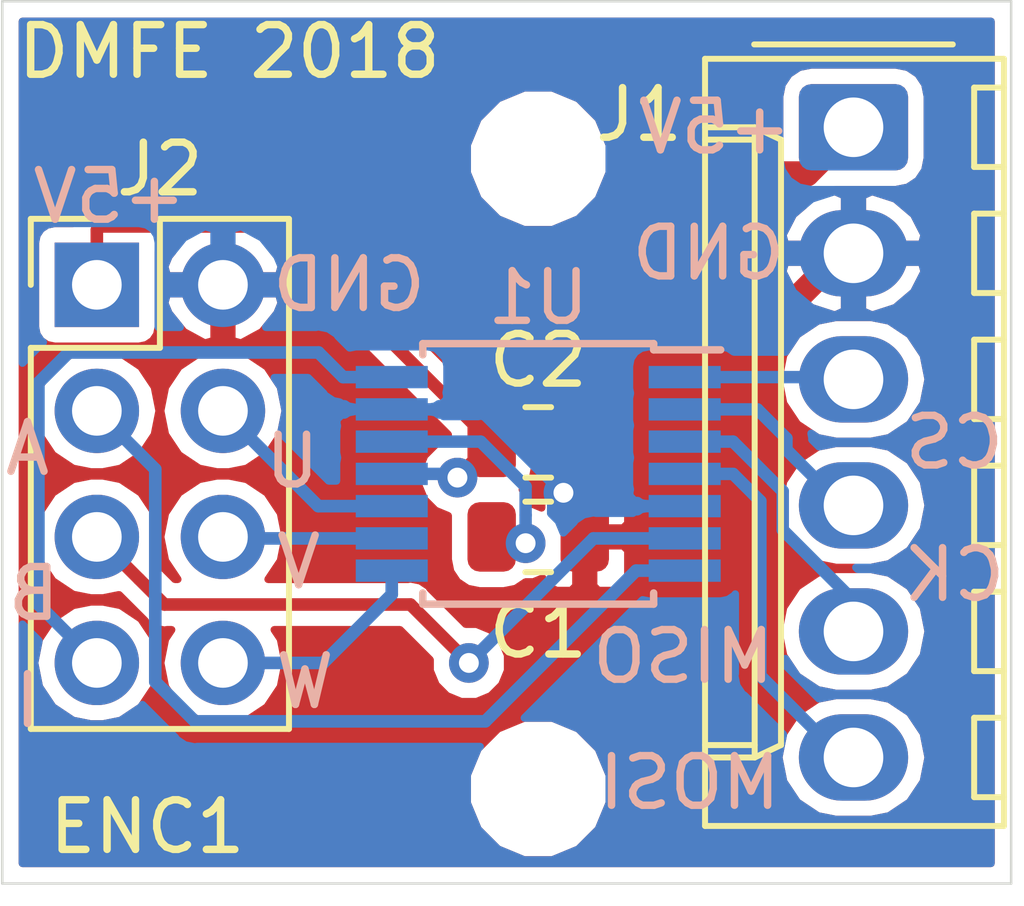
<source format=kicad_pcb>
(kicad_pcb (version 20171130) (host pcbnew "(6.0.0-rc1-dev-1419-gaec6e86c4)")

  (general
    (thickness 1.6)
    (drawings 20)
    (tracks 86)
    (zones 0)
    (modules 7)
    (nets 14)
  )

  (page A)
  (title_block
    (title "Shaft Encoder")
    (date 2018-12-12)
    (rev n/c)
    (company DMFE)
    (comment 1 "AS5047D based Shaft Angle Encode")
  )

  (layers
    (0 F.Cu signal)
    (31 B.Cu signal)
    (32 B.Adhes user)
    (33 F.Adhes user)
    (34 B.Paste user hide)
    (35 F.Paste user hide)
    (36 B.SilkS user)
    (37 F.SilkS user)
    (38 B.Mask user hide)
    (39 F.Mask user hide)
    (40 Dwgs.User user hide)
    (41 Cmts.User user hide)
    (42 Eco1.User user hide)
    (43 Eco2.User user hide)
    (44 Edge.Cuts user)
    (45 Margin user)
    (46 B.CrtYd user)
    (47 F.CrtYd user)
    (48 B.Fab user hide)
    (49 F.Fab user hide)
  )

  (setup
    (last_trace_width 0.254)
    (user_trace_width 0.254)
    (user_trace_width 0.3048)
    (user_trace_width 0.508)
    (trace_clearance 0.2)
    (zone_clearance 0.508)
    (zone_45_only no)
    (trace_min 0.2)
    (via_size 0.8)
    (via_drill 0.4)
    (via_min_size 0.4)
    (via_min_drill 0.3)
    (user_via 0.635 0.381)
    (uvia_size 0.3)
    (uvia_drill 0.1)
    (uvias_allowed no)
    (uvia_min_size 0.2)
    (uvia_min_drill 0.1)
    (edge_width 0.05)
    (segment_width 0.2)
    (pcb_text_width 0.3)
    (pcb_text_size 1.5 1.5)
    (mod_edge_width 0.12)
    (mod_text_size 1 1)
    (mod_text_width 0.15)
    (pad_size 1.524 1.524)
    (pad_drill 0.762)
    (pad_to_mask_clearance 0.051)
    (solder_mask_min_width 0.25)
    (aux_axis_origin 0 0)
    (visible_elements FFFFFF7F)
    (pcbplotparams
      (layerselection 0x010fc_ffffffff)
      (usegerberextensions false)
      (usegerberattributes false)
      (usegerberadvancedattributes false)
      (creategerberjobfile false)
      (excludeedgelayer true)
      (linewidth 0.100000)
      (plotframeref false)
      (viasonmask false)
      (mode 1)
      (useauxorigin false)
      (hpglpennumber 1)
      (hpglpenspeed 20)
      (hpglpendiameter 15.000000)
      (psnegative false)
      (psa4output false)
      (plotreference true)
      (plotvalue true)
      (plotinvisibletext false)
      (padsonsilk false)
      (subtractmaskfromsilk false)
      (outputformat 1)
      (mirror false)
      (drillshape 1)
      (scaleselection 1)
      (outputdirectory ""))
  )

  (net 0 "")
  (net 1 "Net-(C1-Pad1)")
  (net 2 GND)
  (net 3 +5V)
  (net 4 /CSn)
  (net 5 /CLK)
  (net 6 /MISO)
  (net 7 /MOSI)
  (net 8 /A)
  (net 9 /U)
  (net 10 /B)
  (net 11 /V)
  (net 12 /I)
  (net 13 /W)

  (net_class Default "This is the default net class."
    (clearance 0.2)
    (trace_width 0.25)
    (via_dia 0.8)
    (via_drill 0.4)
    (uvia_dia 0.3)
    (uvia_drill 0.1)
    (add_net +5V)
    (add_net /A)
    (add_net /B)
    (add_net /CLK)
    (add_net /CSn)
    (add_net /I)
    (add_net /MISO)
    (add_net /MOSI)
    (add_net /U)
    (add_net /V)
    (add_net /W)
    (add_net GND)
    (add_net "Net-(C1-Pad1)")
  )

  (module Capacitor_SMD:C_0805_2012Metric (layer F.Cu) (tedit 5B36C52B) (tstamp 5C11F1FC)
    (at 158.75 109.22)
    (descr "Capacitor SMD 0805 (2012 Metric), square (rectangular) end terminal, IPC_7351 nominal, (Body size source: https://docs.google.com/spreadsheets/d/1BsfQQcO9C6DZCsRaXUlFlo91Tg2WpOkGARC1WS5S8t0/edit?usp=sharing), generated with kicad-footprint-generator")
    (tags capacitor)
    (path /5C12AC22)
    (attr smd)
    (fp_text reference C1 (at 0 1.905) (layer F.SilkS)
      (effects (font (size 1 1) (thickness 0.15)))
    )
    (fp_text value 1uF (at 0 1.65) (layer F.Fab)
      (effects (font (size 1 1) (thickness 0.15)))
    )
    (fp_line (start -1 0.6) (end -1 -0.6) (layer F.Fab) (width 0.1))
    (fp_line (start -1 -0.6) (end 1 -0.6) (layer F.Fab) (width 0.1))
    (fp_line (start 1 -0.6) (end 1 0.6) (layer F.Fab) (width 0.1))
    (fp_line (start 1 0.6) (end -1 0.6) (layer F.Fab) (width 0.1))
    (fp_line (start -0.258578 -0.71) (end 0.258578 -0.71) (layer F.SilkS) (width 0.12))
    (fp_line (start -0.258578 0.71) (end 0.258578 0.71) (layer F.SilkS) (width 0.12))
    (fp_line (start -1.68 0.95) (end -1.68 -0.95) (layer F.CrtYd) (width 0.05))
    (fp_line (start -1.68 -0.95) (end 1.68 -0.95) (layer F.CrtYd) (width 0.05))
    (fp_line (start 1.68 -0.95) (end 1.68 0.95) (layer F.CrtYd) (width 0.05))
    (fp_line (start 1.68 0.95) (end -1.68 0.95) (layer F.CrtYd) (width 0.05))
    (fp_text user %R (at 0 0) (layer F.Fab)
      (effects (font (size 0.5 0.5) (thickness 0.08)))
    )
    (pad 1 smd roundrect (at -0.9375 0) (size 0.975 1.4) (layers F.Cu F.Paste F.Mask) (roundrect_rratio 0.25)
      (net 1 "Net-(C1-Pad1)"))
    (pad 2 smd roundrect (at 0.9375 0) (size 0.975 1.4) (layers F.Cu F.Paste F.Mask) (roundrect_rratio 0.25)
      (net 2 GND))
    (model ${KISYS3DMOD}/Capacitor_SMD.3dshapes/C_0805_2012Metric.wrl
      (at (xyz 0 0 0))
      (scale (xyz 1 1 1))
      (rotate (xyz 0 0 0))
    )
  )

  (module Capacitor_SMD:C_0805_2012Metric (layer F.Cu) (tedit 5B36C52B) (tstamp 5C11F20D)
    (at 158.75 107.315)
    (descr "Capacitor SMD 0805 (2012 Metric), square (rectangular) end terminal, IPC_7351 nominal, (Body size source: https://docs.google.com/spreadsheets/d/1BsfQQcO9C6DZCsRaXUlFlo91Tg2WpOkGARC1WS5S8t0/edit?usp=sharing), generated with kicad-footprint-generator")
    (tags capacitor)
    (path /5C12DBF6)
    (attr smd)
    (fp_text reference C2 (at 0 -1.65) (layer F.SilkS)
      (effects (font (size 1 1) (thickness 0.15)))
    )
    (fp_text value .1uF (at 0 1.65) (layer F.Fab)
      (effects (font (size 1 1) (thickness 0.15)))
    )
    (fp_text user %R (at 0 0) (layer F.Fab)
      (effects (font (size 0.5 0.5) (thickness 0.08)))
    )
    (fp_line (start 1.68 0.95) (end -1.68 0.95) (layer F.CrtYd) (width 0.05))
    (fp_line (start 1.68 -0.95) (end 1.68 0.95) (layer F.CrtYd) (width 0.05))
    (fp_line (start -1.68 -0.95) (end 1.68 -0.95) (layer F.CrtYd) (width 0.05))
    (fp_line (start -1.68 0.95) (end -1.68 -0.95) (layer F.CrtYd) (width 0.05))
    (fp_line (start -0.258578 0.71) (end 0.258578 0.71) (layer F.SilkS) (width 0.12))
    (fp_line (start -0.258578 -0.71) (end 0.258578 -0.71) (layer F.SilkS) (width 0.12))
    (fp_line (start 1 0.6) (end -1 0.6) (layer F.Fab) (width 0.1))
    (fp_line (start 1 -0.6) (end 1 0.6) (layer F.Fab) (width 0.1))
    (fp_line (start -1 -0.6) (end 1 -0.6) (layer F.Fab) (width 0.1))
    (fp_line (start -1 0.6) (end -1 -0.6) (layer F.Fab) (width 0.1))
    (pad 2 smd roundrect (at 0.9375 0) (size 0.975 1.4) (layers F.Cu F.Paste F.Mask) (roundrect_rratio 0.25)
      (net 2 GND))
    (pad 1 smd roundrect (at -0.9375 0) (size 0.975 1.4) (layers F.Cu F.Paste F.Mask) (roundrect_rratio 0.25)
      (net 3 +5V))
    (model ${KISYS3DMOD}/Capacitor_SMD.3dshapes/C_0805_2012Metric.wrl
      (at (xyz 0 0 0))
      (scale (xyz 1 1 1))
      (rotate (xyz 0 0 0))
    )
  )

  (module Package_SO:TSSOP-14_4.4x5mm_P0.65mm (layer B.Cu) (tedit 5A02F25C) (tstamp 5C11F296)
    (at 158.75 107.95 180)
    (descr "14-Lead Plastic Thin Shrink Small Outline (ST)-4.4 mm Body [TSSOP] (see Microchip Packaging Specification 00000049BS.pdf)")
    (tags "SSOP 0.65")
    (path /5C11E89F)
    (attr smd)
    (fp_text reference U1 (at 0 3.55 180) (layer B.SilkS)
      (effects (font (size 1 1) (thickness 0.15)) (justify mirror))
    )
    (fp_text value AS5047D (at 0 -3.55 180) (layer F.Fab)
      (effects (font (size 1 1) (thickness 0.15)))
    )
    (fp_line (start -1.2 2.5) (end 2.2 2.5) (layer B.Fab) (width 0.15))
    (fp_line (start 2.2 2.5) (end 2.2 -2.5) (layer B.Fab) (width 0.15))
    (fp_line (start 2.2 -2.5) (end -2.2 -2.5) (layer B.Fab) (width 0.15))
    (fp_line (start -2.2 -2.5) (end -2.2 1.5) (layer B.Fab) (width 0.15))
    (fp_line (start -2.2 1.5) (end -1.2 2.5) (layer B.Fab) (width 0.15))
    (fp_line (start -3.95 2.8) (end -3.95 -2.8) (layer B.CrtYd) (width 0.05))
    (fp_line (start 3.95 2.8) (end 3.95 -2.8) (layer B.CrtYd) (width 0.05))
    (fp_line (start -3.95 2.8) (end 3.95 2.8) (layer B.CrtYd) (width 0.05))
    (fp_line (start -3.95 -2.8) (end 3.95 -2.8) (layer B.CrtYd) (width 0.05))
    (fp_line (start -2.325 2.625) (end -2.325 2.5) (layer B.SilkS) (width 0.15))
    (fp_line (start 2.325 2.625) (end 2.325 2.4) (layer B.SilkS) (width 0.15))
    (fp_line (start 2.325 -2.625) (end 2.325 -2.4) (layer B.SilkS) (width 0.15))
    (fp_line (start -2.325 -2.625) (end -2.325 -2.4) (layer B.SilkS) (width 0.15))
    (fp_line (start -2.325 2.625) (end 2.325 2.625) (layer B.SilkS) (width 0.15))
    (fp_line (start -2.325 -2.625) (end 2.325 -2.625) (layer B.SilkS) (width 0.15))
    (fp_line (start -2.325 2.5) (end -3.675 2.5) (layer B.SilkS) (width 0.15))
    (fp_text user %R (at 0 0 180) (layer F.Fab)
      (effects (font (size 0.8 0.8) (thickness 0.15)))
    )
    (pad 1 smd rect (at -2.95 1.95 180) (size 1.45 0.45) (layers B.Cu B.Paste B.Mask)
      (net 4 /CSn))
    (pad 2 smd rect (at -2.95 1.3 180) (size 1.45 0.45) (layers B.Cu B.Paste B.Mask)
      (net 5 /CLK))
    (pad 3 smd rect (at -2.95 0.65 180) (size 1.45 0.45) (layers B.Cu B.Paste B.Mask)
      (net 6 /MISO))
    (pad 4 smd rect (at -2.95 0 180) (size 1.45 0.45) (layers B.Cu B.Paste B.Mask)
      (net 7 /MOSI))
    (pad 5 smd rect (at -2.95 -0.65 180) (size 1.45 0.45) (layers B.Cu B.Paste B.Mask)
      (net 2 GND))
    (pad 6 smd rect (at -2.95 -1.3 180) (size 1.45 0.45) (layers B.Cu B.Paste B.Mask)
      (net 10 /B))
    (pad 7 smd rect (at -2.95 -1.95 180) (size 1.45 0.45) (layers B.Cu B.Paste B.Mask)
      (net 8 /A))
    (pad 8 smd rect (at 2.95 -1.95 180) (size 1.45 0.45) (layers B.Cu B.Paste B.Mask)
      (net 13 /W))
    (pad 9 smd rect (at 2.95 -1.3 180) (size 1.45 0.45) (layers B.Cu B.Paste B.Mask)
      (net 11 /V))
    (pad 10 smd rect (at 2.95 -0.65 180) (size 1.45 0.45) (layers B.Cu B.Paste B.Mask)
      (net 9 /U))
    (pad 11 smd rect (at 2.95 0 180) (size 1.45 0.45) (layers B.Cu B.Paste B.Mask)
      (net 3 +5V))
    (pad 12 smd rect (at 2.95 0.65 180) (size 1.45 0.45) (layers B.Cu B.Paste B.Mask)
      (net 1 "Net-(C1-Pad1)"))
    (pad 13 smd rect (at 2.95 1.3 180) (size 1.45 0.45) (layers B.Cu B.Paste B.Mask)
      (net 2 GND))
    (pad 14 smd rect (at 2.95 1.95 180) (size 1.45 0.45) (layers B.Cu B.Paste B.Mask)
      (net 12 /I))
    (model ${KISYS3DMOD}/Package_SO.3dshapes/TSSOP-14_4.4x5mm_P0.65mm.wrl
      (at (xyz 0 0 0))
      (scale (xyz 1 1 1))
      (rotate (xyz 0 0 0))
    )
  )

  (module MountingHole:MountingHole_2.1mm (layer F.Cu) (tedit 5B924765) (tstamp 5C1D7B27)
    (at 158.75 101.6)
    (descr "Mounting Hole 2.1mm, no annular")
    (tags "mounting hole 2.1mm no annular")
    (attr virtual)
    (fp_text reference H1 (at 0 -3.2) (layer F.SilkS) hide
      (effects (font (size 1 1) (thickness 0.15)))
    )
    (fp_text value MountingHole_2.1mm (at 0 3.2) (layer F.Fab)
      (effects (font (size 1 1) (thickness 0.15)))
    )
    (fp_circle (center 0 0) (end 2.35 0) (layer F.CrtYd) (width 0.05))
    (fp_circle (center 0 0) (end 2.1 0) (layer Cmts.User) (width 0.15))
    (fp_text user %R (at 0.3 0) (layer F.Fab)
      (effects (font (size 1 1) (thickness 0.15)))
    )
    (pad "" np_thru_hole circle (at 0 0) (size 2.1 2.1) (drill 2.1) (layers *.Cu *.Mask))
  )

  (module MountingHole:MountingHole_2.1mm (layer F.Cu) (tedit 5B924765) (tstamp 5C1D792E)
    (at 158.75 114.3)
    (descr "Mounting Hole 2.1mm, no annular")
    (tags "mounting hole 2.1mm no annular")
    (attr virtual)
    (fp_text reference H2 (at 0 -3.2) (layer F.SilkS) hide
      (effects (font (size 1 1) (thickness 0.15)))
    )
    (fp_text value MountingHole_2.1mm (at 0 3.2) (layer F.Fab)
      (effects (font (size 1 1) (thickness 0.15)))
    )
    (fp_circle (center 0 0) (end 2.35 0) (layer F.CrtYd) (width 0.05))
    (fp_circle (center 0 0) (end 2.1 0) (layer Cmts.User) (width 0.15))
    (fp_text user %R (at 0.3 0) (layer F.Fab)
      (effects (font (size 1 1) (thickness 0.15)))
    )
    (pad "" np_thru_hole circle (at 0 0) (size 2.1 2.1) (drill 2.1) (layers *.Cu *.Mask))
  )

  (module Connector_Molex:Molex_KK-254_AE-6410-06A_1x06_P2.54mm_Vertical (layer F.Cu) (tedit 5B78013E) (tstamp 5C1DDEB9)
    (at 165.1 100.965 270)
    (descr "Molex KK-254 Interconnect System, old/engineering part number: AE-6410-06A example for new part number: 22-27-2061, 6 Pins (http://www.molex.com/pdm_docs/sd/022272021_sd.pdf), generated with kicad-footprint-generator")
    (tags "connector Molex KK-254 side entry")
    (path /5C11F431)
    (fp_text reference J1 (at -0.254 4.318) (layer F.SilkS)
      (effects (font (size 1 1) (thickness 0.15)))
    )
    (fp_text value Conn_01x06 (at 6.35 4.08 270) (layer F.Fab)
      (effects (font (size 1 1) (thickness 0.15)))
    )
    (fp_line (start -1.27 -2.92) (end -1.27 2.88) (layer F.Fab) (width 0.1))
    (fp_line (start -1.27 2.88) (end 13.97 2.88) (layer F.Fab) (width 0.1))
    (fp_line (start 13.97 2.88) (end 13.97 -2.92) (layer F.Fab) (width 0.1))
    (fp_line (start 13.97 -2.92) (end -1.27 -2.92) (layer F.Fab) (width 0.1))
    (fp_line (start -1.38 -3.03) (end -1.38 2.99) (layer F.SilkS) (width 0.12))
    (fp_line (start -1.38 2.99) (end 14.08 2.99) (layer F.SilkS) (width 0.12))
    (fp_line (start 14.08 2.99) (end 14.08 -3.03) (layer F.SilkS) (width 0.12))
    (fp_line (start 14.08 -3.03) (end -1.38 -3.03) (layer F.SilkS) (width 0.12))
    (fp_line (start -1.67 -2) (end -1.67 2) (layer F.SilkS) (width 0.12))
    (fp_line (start -1.27 -0.5) (end -0.562893 0) (layer F.Fab) (width 0.1))
    (fp_line (start -0.562893 0) (end -1.27 0.5) (layer F.Fab) (width 0.1))
    (fp_line (start 0 2.99) (end 0 1.99) (layer F.SilkS) (width 0.12))
    (fp_line (start 0 1.99) (end 12.7 1.99) (layer F.SilkS) (width 0.12))
    (fp_line (start 12.7 1.99) (end 12.7 2.99) (layer F.SilkS) (width 0.12))
    (fp_line (start 0 1.99) (end 0.25 1.46) (layer F.SilkS) (width 0.12))
    (fp_line (start 0.25 1.46) (end 12.45 1.46) (layer F.SilkS) (width 0.12))
    (fp_line (start 12.45 1.46) (end 12.7 1.99) (layer F.SilkS) (width 0.12))
    (fp_line (start 0.25 2.99) (end 0.25 1.99) (layer F.SilkS) (width 0.12))
    (fp_line (start 12.45 2.99) (end 12.45 1.99) (layer F.SilkS) (width 0.12))
    (fp_line (start -0.8 -3.03) (end -0.8 -2.43) (layer F.SilkS) (width 0.12))
    (fp_line (start -0.8 -2.43) (end 0.8 -2.43) (layer F.SilkS) (width 0.12))
    (fp_line (start 0.8 -2.43) (end 0.8 -3.03) (layer F.SilkS) (width 0.12))
    (fp_line (start 1.74 -3.03) (end 1.74 -2.43) (layer F.SilkS) (width 0.12))
    (fp_line (start 1.74 -2.43) (end 3.34 -2.43) (layer F.SilkS) (width 0.12))
    (fp_line (start 3.34 -2.43) (end 3.34 -3.03) (layer F.SilkS) (width 0.12))
    (fp_line (start 4.28 -3.03) (end 4.28 -2.43) (layer F.SilkS) (width 0.12))
    (fp_line (start 4.28 -2.43) (end 5.88 -2.43) (layer F.SilkS) (width 0.12))
    (fp_line (start 5.88 -2.43) (end 5.88 -3.03) (layer F.SilkS) (width 0.12))
    (fp_line (start 6.82 -3.03) (end 6.82 -2.43) (layer F.SilkS) (width 0.12))
    (fp_line (start 6.82 -2.43) (end 8.42 -2.43) (layer F.SilkS) (width 0.12))
    (fp_line (start 8.42 -2.43) (end 8.42 -3.03) (layer F.SilkS) (width 0.12))
    (fp_line (start 9.36 -3.03) (end 9.36 -2.43) (layer F.SilkS) (width 0.12))
    (fp_line (start 9.36 -2.43) (end 10.96 -2.43) (layer F.SilkS) (width 0.12))
    (fp_line (start 10.96 -2.43) (end 10.96 -3.03) (layer F.SilkS) (width 0.12))
    (fp_line (start 11.9 -3.03) (end 11.9 -2.43) (layer F.SilkS) (width 0.12))
    (fp_line (start 11.9 -2.43) (end 13.5 -2.43) (layer F.SilkS) (width 0.12))
    (fp_line (start 13.5 -2.43) (end 13.5 -3.03) (layer F.SilkS) (width 0.12))
    (fp_line (start -1.77 -3.42) (end -1.77 3.38) (layer F.CrtYd) (width 0.05))
    (fp_line (start -1.77 3.38) (end 14.47 3.38) (layer F.CrtYd) (width 0.05))
    (fp_line (start 14.47 3.38) (end 14.47 -3.42) (layer F.CrtYd) (width 0.05))
    (fp_line (start 14.47 -3.42) (end -1.77 -3.42) (layer F.CrtYd) (width 0.05))
    (fp_text user %R (at 6.35 -2.22 270) (layer F.Fab)
      (effects (font (size 1 1) (thickness 0.15)))
    )
    (pad 1 thru_hole roundrect (at 0 0 270) (size 1.74 2.2) (drill 1.2) (layers *.Cu *.Mask) (roundrect_rratio 0.143678)
      (net 3 +5V))
    (pad 2 thru_hole oval (at 2.54 0 270) (size 1.74 2.2) (drill 1.2) (layers *.Cu *.Mask)
      (net 2 GND))
    (pad 3 thru_hole oval (at 5.08 0 270) (size 1.74 2.2) (drill 1.2) (layers *.Cu *.Mask)
      (net 4 /CSn))
    (pad 4 thru_hole oval (at 7.62 0 270) (size 1.74 2.2) (drill 1.2) (layers *.Cu *.Mask)
      (net 5 /CLK))
    (pad 5 thru_hole oval (at 10.16 0 270) (size 1.74 2.2) (drill 1.2) (layers *.Cu *.Mask)
      (net 6 /MISO))
    (pad 6 thru_hole oval (at 12.7 0 270) (size 1.74 2.2) (drill 1.2) (layers *.Cu *.Mask)
      (net 7 /MOSI))
    (model ${KISYS3DMOD}/Connector_Molex.3dshapes/Molex_KK-254_AE-6410-06A_1x06_P2.54mm_Vertical.wrl
      (at (xyz 0 0 0))
      (scale (xyz 1 1 1))
      (rotate (xyz 0 0 0))
    )
  )

  (module Connector_PinHeader_2.54mm:PinHeader_2x04_P2.54mm_Vertical (layer F.Cu) (tedit 59FED5CC) (tstamp 5C1DDED7)
    (at 149.86 104.14)
    (descr "Through hole straight pin header, 2x04, 2.54mm pitch, double rows")
    (tags "Through hole pin header THT 2x04 2.54mm double row")
    (path /5C1215EB)
    (fp_text reference J2 (at 1.27 -2.33) (layer F.SilkS)
      (effects (font (size 1 1) (thickness 0.15)))
    )
    (fp_text value Conn_02x04_Odd_Even (at 1.27 9.95) (layer F.Fab)
      (effects (font (size 1 1) (thickness 0.15)))
    )
    (fp_line (start 0 -1.27) (end 3.81 -1.27) (layer F.Fab) (width 0.1))
    (fp_line (start 3.81 -1.27) (end 3.81 8.89) (layer F.Fab) (width 0.1))
    (fp_line (start 3.81 8.89) (end -1.27 8.89) (layer F.Fab) (width 0.1))
    (fp_line (start -1.27 8.89) (end -1.27 0) (layer F.Fab) (width 0.1))
    (fp_line (start -1.27 0) (end 0 -1.27) (layer F.Fab) (width 0.1))
    (fp_line (start -1.33 8.95) (end 3.87 8.95) (layer F.SilkS) (width 0.12))
    (fp_line (start -1.33 1.27) (end -1.33 8.95) (layer F.SilkS) (width 0.12))
    (fp_line (start 3.87 -1.33) (end 3.87 8.95) (layer F.SilkS) (width 0.12))
    (fp_line (start -1.33 1.27) (end 1.27 1.27) (layer F.SilkS) (width 0.12))
    (fp_line (start 1.27 1.27) (end 1.27 -1.33) (layer F.SilkS) (width 0.12))
    (fp_line (start 1.27 -1.33) (end 3.87 -1.33) (layer F.SilkS) (width 0.12))
    (fp_line (start -1.33 0) (end -1.33 -1.33) (layer F.SilkS) (width 0.12))
    (fp_line (start -1.33 -1.33) (end 0 -1.33) (layer F.SilkS) (width 0.12))
    (fp_line (start -1.8 -1.8) (end -1.8 9.4) (layer F.CrtYd) (width 0.05))
    (fp_line (start -1.8 9.4) (end 4.35 9.4) (layer F.CrtYd) (width 0.05))
    (fp_line (start 4.35 9.4) (end 4.35 -1.8) (layer F.CrtYd) (width 0.05))
    (fp_line (start 4.35 -1.8) (end -1.8 -1.8) (layer F.CrtYd) (width 0.05))
    (fp_text user %R (at 1.27 3.81 90) (layer F.Fab)
      (effects (font (size 1 1) (thickness 0.15)))
    )
    (pad 1 thru_hole rect (at 0 0) (size 1.7 1.7) (drill 1) (layers *.Cu *.Mask)
      (net 3 +5V))
    (pad 2 thru_hole oval (at 2.54 0) (size 1.7 1.7) (drill 1) (layers *.Cu *.Mask)
      (net 2 GND))
    (pad 3 thru_hole oval (at 0 2.54) (size 1.7 1.7) (drill 1) (layers *.Cu *.Mask)
      (net 8 /A))
    (pad 4 thru_hole oval (at 2.54 2.54) (size 1.7 1.7) (drill 1) (layers *.Cu *.Mask)
      (net 9 /U))
    (pad 5 thru_hole oval (at 0 5.08) (size 1.7 1.7) (drill 1) (layers *.Cu *.Mask)
      (net 10 /B))
    (pad 6 thru_hole oval (at 2.54 5.08) (size 1.7 1.7) (drill 1) (layers *.Cu *.Mask)
      (net 11 /V))
    (pad 7 thru_hole oval (at 0 7.62) (size 1.7 1.7) (drill 1) (layers *.Cu *.Mask)
      (net 12 /I))
    (pad 8 thru_hole oval (at 2.54 7.62) (size 1.7 1.7) (drill 1) (layers *.Cu *.Mask)
      (net 13 /W))
    (model ${KISYS3DMOD}/Connector_PinHeader_2.54mm.3dshapes/PinHeader_2x04_P2.54mm_Vertical.wrl
      (at (xyz 0 0 0))
      (scale (xyz 1 1 1))
      (rotate (xyz 0 0 0))
    )
  )

  (gr_text MOSI (at 161.798 114.173) (layer B.SilkS)
    (effects (font (size 1 1) (thickness 0.15)) (justify mirror))
  )
  (gr_text MISO (at 161.671 111.633) (layer B.SilkS)
    (effects (font (size 1 1) (thickness 0.15)) (justify mirror))
  )
  (gr_text CK (at 167.132 109.982) (layer B.SilkS)
    (effects (font (size 1 1) (thickness 0.15)) (justify mirror))
  )
  (gr_text CS (at 167.132 107.315) (layer B.SilkS)
    (effects (font (size 1 1) (thickness 0.15)) (justify mirror))
  )
  (gr_text GND (at 162.179 103.505) (layer B.SilkS)
    (effects (font (size 1 1) (thickness 0.15)) (justify mirror))
  )
  (gr_text +5V (at 162.306 100.965) (layer B.SilkS)
    (effects (font (size 1 1) (thickness 0.15)) (justify mirror))
  )
  (gr_text +5V (at 150.114 102.362) (layer B.SilkS)
    (effects (font (size 1 1) (thickness 0.15)) (justify mirror))
  )
  (gr_text GND (at 154.94 104.14) (layer B.SilkS)
    (effects (font (size 1 1) (thickness 0.15)) (justify mirror))
  )
  (gr_text W (at 154.051 112.141) (layer B.SilkS)
    (effects (font (size 1 1) (thickness 0.15)) (justify mirror))
  )
  (gr_text V (at 153.924 109.728) (layer B.SilkS)
    (effects (font (size 1 1) (thickness 0.15)) (justify mirror))
  )
  (gr_text U (at 153.797 107.696) (layer B.SilkS)
    (effects (font (size 1 1) (thickness 0.15)) (justify mirror))
  )
  (gr_text I (at 148.463 112.522) (layer B.SilkS)
    (effects (font (size 1 1) (thickness 0.15)) (justify mirror))
  )
  (gr_text B (at 148.59 110.363) (layer B.SilkS)
    (effects (font (size 1 1) (thickness 0.15)) (justify mirror))
  )
  (gr_text A (at 148.463 107.442) (layer B.SilkS)
    (effects (font (size 1 1) (thickness 0.15)) (justify mirror))
  )
  (gr_text ENC1 (at 150.876 115.062) (layer F.SilkS)
    (effects (font (size 1 1) (thickness 0.15)))
  )
  (gr_text "DMFE 2018" (at 152.527 99.441) (layer F.SilkS)
    (effects (font (size 1 1) (thickness 0.15)))
  )
  (gr_line (start 147.955 116.205) (end 147.955 98.425) (layer Edge.Cuts) (width 0.05) (tstamp 5C1D7711))
  (gr_line (start 168.275 116.205) (end 147.955 116.205) (layer Edge.Cuts) (width 0.05))
  (gr_line (start 168.275 98.425) (end 168.275 116.205) (layer Edge.Cuts) (width 0.05))
  (gr_line (start 147.955 98.425) (end 168.275 98.425) (layer Edge.Cuts) (width 0.05))

  (via (at 158.496 109.347) (size 0.8) (drill 0.4) (layers F.Cu B.Cu) (net 1))
  (segment (start 157.9395 109.347) (end 157.8125 109.22) (width 0.25) (layer F.Cu) (net 1))
  (segment (start 158.496 109.347) (end 157.9395 109.347) (width 0.25) (layer F.Cu) (net 1))
  (segment (start 155.8 107.3) (end 157.59059 107.3) (width 0.25) (layer B.Cu) (net 1))
  (segment (start 157.59059 107.3) (end 158.496 108.20541) (width 0.25) (layer B.Cu) (net 1))
  (segment (start 158.496 108.20541) (end 158.496 108.781315) (width 0.25) (layer B.Cu) (net 1))
  (segment (start 158.496 108.781315) (end 158.496 109.347) (width 0.25) (layer B.Cu) (net 1))
  (segment (start 159.6875 109.22) (end 159.6875 107.315) (width 0.508) (layer F.Cu) (net 2))
  (via (at 159.258 108.331) (size 0.8) (drill 0.4) (layers F.Cu B.Cu) (net 2))
  (segment (start 159.385 108.9175) (end 159.6875 109.22) (width 0.25) (layer F.Cu) (net 2))
  (segment (start 159.385 108.585) (end 159.385 108.9175) (width 0.25) (layer F.Cu) (net 2))
  (segment (start 160.274 108.6) (end 160.005 108.331) (width 0.25) (layer B.Cu) (net 2))
  (segment (start 161.7 108.6) (end 160.274 108.6) (width 0.25) (layer B.Cu) (net 2))
  (segment (start 160.005 108.331) (end 159.258 108.331) (width 0.25) (layer B.Cu) (net 2))
  (segment (start 159.258 108.7905) (end 159.6875 109.22) (width 0.25) (layer F.Cu) (net 2))
  (segment (start 159.258 108.331) (end 159.258 108.7905) (width 0.25) (layer F.Cu) (net 2))
  (segment (start 157.577 106.65) (end 159.258 108.331) (width 0.25) (layer B.Cu) (net 2))
  (segment (start 160.275 107.315) (end 159.6875 107.315) (width 0.508) (layer F.Cu) (net 2))
  (segment (start 164.87 103.505) (end 161.06 107.315) (width 0.508) (layer F.Cu) (net 2))
  (segment (start 161.06 107.315) (end 160.275 107.315) (width 0.508) (layer F.Cu) (net 2))
  (segment (start 165.1 103.505) (end 164.87 103.505) (width 0.508) (layer F.Cu) (net 2))
  (segment (start 155.478602 104.14) (end 157.099 105.760398) (width 0.254) (layer B.Cu) (net 2))
  (segment (start 152.4 104.14) (end 155.478602 104.14) (width 0.254) (layer B.Cu) (net 2))
  (segment (start 157.099 106.65) (end 157.577 106.65) (width 0.25) (layer B.Cu) (net 2))
  (segment (start 157.099 105.760398) (end 157.099 106.65) (width 0.254) (layer B.Cu) (net 2))
  (segment (start 155.8 106.65) (end 157.099 106.65) (width 0.25) (layer B.Cu) (net 2))
  (segment (start 157.8125 107.315) (end 157.122499 108.005001) (width 0.25) (layer F.Cu) (net 3))
  (segment (start 155.8 107.95) (end 157.047489 107.95) (width 0.25) (layer B.Cu) (net 3))
  (via (at 157.122499 108.02501) (size 0.8) (drill 0.4) (layers F.Cu B.Cu) (net 3))
  (segment (start 157.047489 107.95) (end 157.122499 108.02501) (width 0.25) (layer B.Cu) (net 3))
  (segment (start 157.122499 108.005001) (end 157.122499 108.02501) (width 0.25) (layer F.Cu) (net 3))
  (segment (start 158.368737 106.758763) (end 157.8125 107.315) (width 0.508) (layer F.Cu) (net 3))
  (segment (start 163.222727 101.904773) (end 158.368737 106.758763) (width 0.508) (layer F.Cu) (net 3))
  (segment (start 164.160227 101.904773) (end 163.222727 101.904773) (width 0.508) (layer F.Cu) (net 3))
  (segment (start 165.1 100.965) (end 164.160227 101.904773) (width 0.508) (layer F.Cu) (net 3))
  (segment (start 157.256263 106.758763) (end 157.8125 107.315) (width 0.254) (layer F.Cu) (net 3))
  (segment (start 153.460499 102.962999) (end 157.256263 106.758763) (width 0.254) (layer F.Cu) (net 3))
  (segment (start 149.933001 102.962999) (end 153.460499 102.962999) (width 0.254) (layer F.Cu) (net 3))
  (segment (start 149.86 103.036) (end 149.933001 102.962999) (width 0.254) (layer F.Cu) (net 3))
  (segment (start 149.86 104.14) (end 149.86 103.036) (width 0.254) (layer F.Cu) (net 3))
  (segment (start 165.055 106) (end 165.1 106.045) (width 0.25) (layer B.Cu) (net 4))
  (segment (start 161.7 106) (end 165.055 106) (width 0.25) (layer B.Cu) (net 4))
  (segment (start 164.87 108.585) (end 165.1 108.585) (width 0.25) (layer B.Cu) (net 5))
  (segment (start 163.75 107.465) (end 164.87 108.585) (width 0.25) (layer B.Cu) (net 5))
  (segment (start 163.75 107.235) (end 163.75 107.465) (width 0.25) (layer B.Cu) (net 5))
  (segment (start 163.165 106.65) (end 163.75 107.235) (width 0.25) (layer B.Cu) (net 5))
  (segment (start 161.7 106.65) (end 163.165 106.65) (width 0.25) (layer B.Cu) (net 5))
  (segment (start 162.675 107.3) (end 163.67499 108.29999) (width 0.25) (layer B.Cu) (net 6))
  (segment (start 161.7 107.3) (end 162.675 107.3) (width 0.25) (layer B.Cu) (net 6))
  (segment (start 163.67499 108.29999) (end 163.67499 109.079989) (width 0.25) (layer B.Cu) (net 6))
  (segment (start 163.67499 109.079989) (end 165.1 110.504999) (width 0.25) (layer B.Cu) (net 6))
  (segment (start 165.1 110.504999) (end 165.1 111.125) (width 0.25) (layer B.Cu) (net 6))
  (segment (start 164.87 113.665) (end 165.1 113.665) (width 0.25) (layer B.Cu) (net 7))
  (segment (start 162.675 107.95) (end 163.224979 108.499979) (width 0.25) (layer B.Cu) (net 7))
  (segment (start 163.224979 112.019979) (end 164.87 113.665) (width 0.25) (layer B.Cu) (net 7))
  (segment (start 161.7 107.95) (end 162.675 107.95) (width 0.25) (layer B.Cu) (net 7))
  (segment (start 163.224979 108.499979) (end 163.224979 112.019979) (width 0.25) (layer B.Cu) (net 7))
  (segment (start 150.709999 107.529999) (end 149.86 106.68) (width 0.254) (layer B.Cu) (net 8))
  (segment (start 151.037001 107.857001) (end 150.709999 107.529999) (width 0.254) (layer B.Cu) (net 8))
  (segment (start 151.037001 112.138963) (end 151.037001 107.857001) (width 0.254) (layer B.Cu) (net 8))
  (segment (start 151.835039 112.937001) (end 151.037001 112.138963) (width 0.254) (layer B.Cu) (net 8))
  (segment (start 157.683999 112.937001) (end 151.835039 112.937001) (width 0.254) (layer B.Cu) (net 8))
  (segment (start 160.721 109.9) (end 157.683999 112.937001) (width 0.254) (layer B.Cu) (net 8))
  (segment (start 161.7 109.9) (end 160.721 109.9) (width 0.254) (layer B.Cu) (net 8))
  (segment (start 154.32 108.6) (end 152.4 106.68) (width 0.254) (layer B.Cu) (net 9))
  (segment (start 155.8 108.6) (end 154.32 108.6) (width 0.254) (layer B.Cu) (net 9))
  (segment (start 159.863 109.25) (end 157.353 111.76) (width 0.254) (layer B.Cu) (net 10))
  (via (at 157.353 111.76) (size 0.8) (drill 0.4) (layers F.Cu B.Cu) (net 10))
  (segment (start 161.7 109.25) (end 159.863 109.25) (width 0.254) (layer B.Cu) (net 10))
  (segment (start 150.709999 110.069999) (end 149.86 109.22) (width 0.254) (layer F.Cu) (net 10))
  (segment (start 151.222999 110.582999) (end 150.709999 110.069999) (width 0.254) (layer F.Cu) (net 10))
  (segment (start 156.175999 110.582999) (end 151.222999 110.582999) (width 0.254) (layer F.Cu) (net 10))
  (segment (start 157.353 111.76) (end 156.175999 110.582999) (width 0.254) (layer F.Cu) (net 10))
  (segment (start 152.43 109.25) (end 152.4 109.22) (width 0.254) (layer B.Cu) (net 11))
  (segment (start 155.8 109.25) (end 152.43 109.25) (width 0.254) (layer B.Cu) (net 11))
  (segment (start 148.682999 110.582999) (end 149.010001 110.910001) (width 0.254) (layer B.Cu) (net 12))
  (segment (start 148.682999 106.115039) (end 148.682999 110.582999) (width 0.254) (layer B.Cu) (net 12))
  (segment (start 149.295039 105.502999) (end 148.682999 106.115039) (width 0.254) (layer B.Cu) (net 12))
  (segment (start 154.323999 105.502999) (end 149.295039 105.502999) (width 0.254) (layer B.Cu) (net 12))
  (segment (start 154.821 106) (end 154.323999 105.502999) (width 0.254) (layer B.Cu) (net 12))
  (segment (start 149.010001 110.910001) (end 149.86 111.76) (width 0.254) (layer B.Cu) (net 12))
  (segment (start 155.8 106) (end 154.821 106) (width 0.254) (layer B.Cu) (net 12))
  (segment (start 153.602081 111.76) (end 152.4 111.76) (width 0.254) (layer B.Cu) (net 13))
  (segment (start 154.419 111.76) (end 153.602081 111.76) (width 0.254) (layer B.Cu) (net 13))
  (segment (start 155.8 110.379) (end 154.419 111.76) (width 0.254) (layer B.Cu) (net 13))
  (segment (start 155.8 109.9) (end 155.8 110.379) (width 0.254) (layer B.Cu) (net 13))

  (zone (net 2) (net_name GND) (layer F.Cu) (tstamp 0) (hatch edge 0.508)
    (connect_pads (clearance 0.3048))
    (min_thickness 0.1524)
    (fill yes (arc_segments 16) (thermal_gap 0.3048) (thermal_bridge_width 0.508))
    (polygon
      (pts
        (xy 148.209 98.679) (xy 168.021 98.679) (xy 168.021 115.951) (xy 148.209 115.951)
      )
    )
    (filled_polygon
      (pts
        (xy 167.869001 115.799) (xy 148.361 115.799) (xy 148.361 114.015356) (xy 157.319 114.015356) (xy 157.319 114.584644)
        (xy 157.536857 115.110596) (xy 157.939404 115.513143) (xy 158.465356 115.731) (xy 159.034644 115.731) (xy 159.560596 115.513143)
        (xy 159.963143 115.110596) (xy 160.181 114.584644) (xy 160.181 114.015356) (xy 160.035878 113.665) (xy 163.594492 113.665)
        (xy 163.691584 114.153116) (xy 163.96808 114.56692) (xy 164.381884 114.843416) (xy 164.74679 114.916) (xy 165.45321 114.916)
        (xy 165.818116 114.843416) (xy 166.23192 114.56692) (xy 166.508416 114.153116) (xy 166.605508 113.665) (xy 166.508416 113.176884)
        (xy 166.23192 112.76308) (xy 165.818116 112.486584) (xy 165.45321 112.414) (xy 164.74679 112.414) (xy 164.381884 112.486584)
        (xy 163.96808 112.76308) (xy 163.691584 113.176884) (xy 163.594492 113.665) (xy 160.035878 113.665) (xy 159.963143 113.489404)
        (xy 159.560596 113.086857) (xy 159.034644 112.869) (xy 158.465356 112.869) (xy 157.939404 113.086857) (xy 157.536857 113.489404)
        (xy 157.319 114.015356) (xy 148.361 114.015356) (xy 148.361 111.76) (xy 148.604884 111.76) (xy 148.700424 112.240312)
        (xy 148.972499 112.647501) (xy 149.379688 112.919576) (xy 149.738761 112.991) (xy 149.981239 112.991) (xy 150.340312 112.919576)
        (xy 150.747501 112.647501) (xy 151.019576 112.240312) (xy 151.115116 111.76) (xy 151.019576 111.279688) (xy 150.747501 110.872499)
        (xy 150.340312 110.600424) (xy 149.981239 110.529) (xy 149.738761 110.529) (xy 149.379688 110.600424) (xy 148.972499 110.872499)
        (xy 148.700424 111.279688) (xy 148.604884 111.76) (xy 148.361 111.76) (xy 148.361 109.22) (xy 148.604884 109.22)
        (xy 148.700424 109.700312) (xy 148.972499 110.107501) (xy 149.379688 110.379576) (xy 149.738761 110.451) (xy 149.981239 110.451)
        (xy 150.307652 110.386073) (xy 150.386166 110.464587) (xy 150.386169 110.464589) (xy 150.828411 110.906831) (xy 150.856752 110.949246)
        (xy 151.024787 111.061524) (xy 151.172967 111.090999) (xy 151.172971 111.090999) (xy 151.222999 111.10095) (xy 151.273027 111.090999)
        (xy 151.366502 111.090999) (xy 151.240424 111.279688) (xy 151.144884 111.76) (xy 151.240424 112.240312) (xy 151.512499 112.647501)
        (xy 151.919688 112.919576) (xy 152.278761 112.991) (xy 152.521239 112.991) (xy 152.880312 112.919576) (xy 153.287501 112.647501)
        (xy 153.559576 112.240312) (xy 153.655116 111.76) (xy 153.559576 111.279688) (xy 153.433498 111.090999) (xy 155.965579 111.090999)
        (xy 156.572 111.697421) (xy 156.572 111.915351) (xy 156.6909 112.202401) (xy 156.910599 112.4221) (xy 157.197649 112.541)
        (xy 157.508351 112.541) (xy 157.795401 112.4221) (xy 158.0151 112.202401) (xy 158.134 111.915351) (xy 158.134 111.604649)
        (xy 158.0151 111.317599) (xy 157.822501 111.125) (xy 163.594492 111.125) (xy 163.691584 111.613116) (xy 163.96808 112.02692)
        (xy 164.381884 112.303416) (xy 164.74679 112.376) (xy 165.45321 112.376) (xy 165.818116 112.303416) (xy 166.23192 112.02692)
        (xy 166.508416 111.613116) (xy 166.605508 111.125) (xy 166.508416 110.636884) (xy 166.23192 110.22308) (xy 165.818116 109.946584)
        (xy 165.45321 109.874) (xy 164.74679 109.874) (xy 164.381884 109.946584) (xy 163.96808 110.22308) (xy 163.691584 110.636884)
        (xy 163.594492 111.125) (xy 157.822501 111.125) (xy 157.795401 111.0979) (xy 157.508351 110.979) (xy 157.290421 110.979)
        (xy 156.570587 110.259167) (xy 156.542246 110.216752) (xy 156.374211 110.104474) (xy 156.226031 110.074999) (xy 156.226027 110.074999)
        (xy 156.175999 110.065048) (xy 156.125971 110.074999) (xy 153.309218 110.074999) (xy 153.559576 109.700312) (xy 153.655116 109.22)
        (xy 153.559576 108.739688) (xy 153.287501 108.332499) (xy 152.880312 108.060424) (xy 152.521239 107.989) (xy 152.278761 107.989)
        (xy 151.919688 108.060424) (xy 151.512499 108.332499) (xy 151.240424 108.739688) (xy 151.144884 109.22) (xy 151.240424 109.700312)
        (xy 151.490782 110.074999) (xy 151.433419 110.074999) (xy 151.104589 109.746169) (xy 151.104587 109.746166) (xy 151.026073 109.667652)
        (xy 151.115116 109.22) (xy 151.019576 108.739688) (xy 150.747501 108.332499) (xy 150.340312 108.060424) (xy 149.981239 107.989)
        (xy 149.738761 107.989) (xy 149.379688 108.060424) (xy 148.972499 108.332499) (xy 148.700424 108.739688) (xy 148.604884 109.22)
        (xy 148.361 109.22) (xy 148.361 106.68) (xy 148.604884 106.68) (xy 148.700424 107.160312) (xy 148.972499 107.567501)
        (xy 149.379688 107.839576) (xy 149.738761 107.911) (xy 149.981239 107.911) (xy 150.340312 107.839576) (xy 150.747501 107.567501)
        (xy 151.019576 107.160312) (xy 151.115116 106.68) (xy 151.144884 106.68) (xy 151.240424 107.160312) (xy 151.512499 107.567501)
        (xy 151.919688 107.839576) (xy 152.278761 107.911) (xy 152.521239 107.911) (xy 152.880312 107.839576) (xy 153.287501 107.567501)
        (xy 153.559576 107.160312) (xy 153.655116 106.68) (xy 153.559576 106.199688) (xy 153.287501 105.792499) (xy 152.880312 105.520424)
        (xy 152.521239 105.449) (xy 152.278761 105.449) (xy 151.919688 105.520424) (xy 151.512499 105.792499) (xy 151.240424 106.199688)
        (xy 151.144884 106.68) (xy 151.115116 106.68) (xy 151.019576 106.199688) (xy 150.747501 105.792499) (xy 150.340312 105.520424)
        (xy 149.981239 105.449) (xy 149.738761 105.449) (xy 149.379688 105.520424) (xy 148.972499 105.792499) (xy 148.700424 106.199688)
        (xy 148.604884 106.68) (xy 148.361 106.68) (xy 148.361 103.29) (xy 148.621536 103.29) (xy 148.621536 104.99)
        (xy 148.651106 105.138659) (xy 148.735314 105.264686) (xy 148.861341 105.348894) (xy 149.01 105.378464) (xy 150.71 105.378464)
        (xy 150.858659 105.348894) (xy 150.984686 105.264686) (xy 151.068894 105.138659) (xy 151.098464 104.99) (xy 151.098464 104.506163)
        (xy 151.224719 104.506163) (xy 151.310022 104.712143) (xy 151.611941 105.085708) (xy 152.033835 105.315297) (xy 152.2222 105.262858)
        (xy 152.2222 104.3178) (xy 152.5778 104.3178) (xy 152.5778 105.262858) (xy 152.766165 105.315297) (xy 153.188059 105.085708)
        (xy 153.489978 104.712143) (xy 153.575281 104.506163) (xy 153.521747 104.3178) (xy 152.5778 104.3178) (xy 152.2222 104.3178)
        (xy 151.278253 104.3178) (xy 151.224719 104.506163) (xy 151.098464 104.506163) (xy 151.098464 103.470999) (xy 151.388304 103.470999)
        (xy 151.310022 103.567857) (xy 151.224719 103.773837) (xy 151.278253 103.9622) (xy 152.2222 103.9622) (xy 152.2222 103.9422)
        (xy 152.5778 103.9422) (xy 152.5778 103.9622) (xy 153.521747 103.9622) (xy 153.570332 103.791252) (xy 156.93243 107.153351)
        (xy 156.932433 107.153353) (xy 156.936536 107.157456) (xy 156.936536 107.25669) (xy 156.680098 107.36291) (xy 156.460399 107.582609)
        (xy 156.341499 107.869659) (xy 156.341499 108.180361) (xy 156.460399 108.467411) (xy 156.680098 108.68711) (xy 156.936536 108.79333)
        (xy 156.936536 109.67625) (xy 156.98466 109.918188) (xy 157.121707 110.123293) (xy 157.326812 110.26034) (xy 157.56875 110.308464)
        (xy 158.05625 110.308464) (xy 158.298188 110.26034) (xy 158.496248 110.128) (xy 158.651351 110.128) (xy 158.841193 110.049365)
        (xy 158.877004 110.135819) (xy 158.98418 110.242996) (xy 159.124214 110.301) (xy 159.41445 110.301) (xy 159.5097 110.20575)
        (xy 159.5097 109.3978) (xy 159.8653 109.3978) (xy 159.8653 110.20575) (xy 159.96055 110.301) (xy 160.250786 110.301)
        (xy 160.39082 110.242996) (xy 160.497996 110.135819) (xy 160.556 109.995785) (xy 160.556 109.49305) (xy 160.46075 109.3978)
        (xy 159.8653 109.3978) (xy 159.5097 109.3978) (xy 159.4897 109.3978) (xy 159.4897 109.0422) (xy 159.5097 109.0422)
        (xy 159.5097 107.4928) (xy 159.8653 107.4928) (xy 159.8653 109.0422) (xy 160.46075 109.0422) (xy 160.556 108.94695)
        (xy 160.556 108.585) (xy 163.594492 108.585) (xy 163.691584 109.073116) (xy 163.96808 109.48692) (xy 164.381884 109.763416)
        (xy 164.74679 109.836) (xy 165.45321 109.836) (xy 165.818116 109.763416) (xy 166.23192 109.48692) (xy 166.508416 109.073116)
        (xy 166.605508 108.585) (xy 166.508416 108.096884) (xy 166.23192 107.68308) (xy 165.818116 107.406584) (xy 165.45321 107.334)
        (xy 164.74679 107.334) (xy 164.381884 107.406584) (xy 163.96808 107.68308) (xy 163.691584 108.096884) (xy 163.594492 108.585)
        (xy 160.556 108.585) (xy 160.556 108.444215) (xy 160.497996 108.304181) (xy 160.461315 108.2675) (xy 160.497996 108.230819)
        (xy 160.556 108.090785) (xy 160.556 107.58805) (xy 160.46075 107.4928) (xy 159.8653 107.4928) (xy 159.5097 107.4928)
        (xy 158.91425 107.4928) (xy 158.819 107.58805) (xy 158.819 108.090785) (xy 158.877004 108.230819) (xy 158.913685 108.2675)
        (xy 158.877004 108.304181) (xy 158.819 108.444215) (xy 158.819 108.635442) (xy 158.651351 108.566) (xy 158.649129 108.566)
        (xy 158.64034 108.521812) (xy 158.503293 108.316707) (xy 158.42965 108.2675) (xy 158.503293 108.218293) (xy 158.64034 108.013188)
        (xy 158.688464 107.77125) (xy 158.688464 107.337061) (xy 158.861973 107.163553) (xy 158.861977 107.163547) (xy 158.901287 107.124237)
        (xy 158.91425 107.1372) (xy 159.5097 107.1372) (xy 159.5097 107.1172) (xy 159.8653 107.1172) (xy 159.8653 107.1372)
        (xy 160.46075 107.1372) (xy 160.556 107.04195) (xy 160.556 106.539215) (xy 160.497996 106.399181) (xy 160.39082 106.292004)
        (xy 160.250786 106.234) (xy 159.96055 106.234) (xy 159.865302 106.329248) (xy 159.865302 106.234) (xy 159.791524 106.234)
        (xy 159.980524 106.045) (xy 163.594492 106.045) (xy 163.691584 106.533116) (xy 163.96808 106.94692) (xy 164.381884 107.223416)
        (xy 164.74679 107.296) (xy 165.45321 107.296) (xy 165.818116 107.223416) (xy 166.23192 106.94692) (xy 166.508416 106.533116)
        (xy 166.605508 106.045) (xy 166.508416 105.556884) (xy 166.23192 105.14308) (xy 165.818116 104.866584) (xy 165.45321 104.794)
        (xy 164.74679 104.794) (xy 164.381884 104.866584) (xy 163.96808 105.14308) (xy 163.691584 105.556884) (xy 163.594492 106.045)
        (xy 159.980524 106.045) (xy 162.1512 103.874324) (xy 163.674759 103.874324) (xy 163.885609 104.284724) (xy 164.258929 104.602081)
        (xy 164.725279 104.752417) (xy 164.9222 104.664449) (xy 164.9222 103.6828) (xy 165.2778 103.6828) (xy 165.2778 104.664449)
        (xy 165.474721 104.752417) (xy 165.941071 104.602081) (xy 166.314391 104.284724) (xy 166.525241 103.874324) (xy 166.471992 103.6828)
        (xy 165.2778 103.6828) (xy 164.9222 103.6828) (xy 163.728008 103.6828) (xy 163.674759 103.874324) (xy 162.1512 103.874324)
        (xy 163.485752 102.539773) (xy 164.09769 102.539773) (xy 164.102661 102.540762) (xy 163.885609 102.725276) (xy 163.674759 103.135676)
        (xy 163.728008 103.3272) (xy 164.9222 103.3272) (xy 164.9222 102.345551) (xy 165.2778 102.345551) (xy 165.2778 103.3272)
        (xy 166.471992 103.3272) (xy 166.525241 103.135676) (xy 166.314391 102.725276) (xy 165.941071 102.407919) (xy 165.474721 102.257583)
        (xy 165.2778 102.345551) (xy 164.9222 102.345551) (xy 164.725279 102.257583) (xy 164.696004 102.26702) (xy 164.73956 102.223464)
        (xy 165.950001 102.223464) (xy 166.19433 102.174864) (xy 166.401463 102.036463) (xy 166.539864 101.82933) (xy 166.588464 101.585001)
        (xy 166.588464 100.344999) (xy 166.539864 100.10067) (xy 166.401463 99.893537) (xy 166.19433 99.755136) (xy 165.950001 99.706536)
        (xy 164.249999 99.706536) (xy 164.00567 99.755136) (xy 163.798537 99.893537) (xy 163.660136 100.10067) (xy 163.611536 100.344999)
        (xy 163.611536 101.269773) (xy 163.285262 101.269773) (xy 163.222726 101.257334) (xy 163.160191 101.269773) (xy 163.160186 101.269773)
        (xy 162.974962 101.306616) (xy 162.764918 101.446964) (xy 162.729491 101.499984) (xy 158.00294 106.226536) (xy 157.56875 106.226536)
        (xy 157.46341 106.247489) (xy 153.855087 102.639167) (xy 153.826746 102.596752) (xy 153.658711 102.484474) (xy 153.510531 102.454999)
        (xy 153.510527 102.454999) (xy 153.460499 102.445048) (xy 153.410471 102.454999) (xy 149.983028 102.454999) (xy 149.933 102.445048)
        (xy 149.882972 102.454999) (xy 149.882969 102.454999) (xy 149.734789 102.484474) (xy 149.566754 102.596752) (xy 149.538413 102.639167)
        (xy 149.536166 102.641414) (xy 149.493754 102.669753) (xy 149.465415 102.712165) (xy 149.465412 102.712168) (xy 149.381475 102.837789)
        (xy 149.368795 102.901536) (xy 149.01 102.901536) (xy 148.861341 102.931106) (xy 148.735314 103.015314) (xy 148.651106 103.141341)
        (xy 148.621536 103.29) (xy 148.361 103.29) (xy 148.361 101.315356) (xy 157.319 101.315356) (xy 157.319 101.884644)
        (xy 157.536857 102.410596) (xy 157.939404 102.813143) (xy 158.465356 103.031) (xy 159.034644 103.031) (xy 159.560596 102.813143)
        (xy 159.963143 102.410596) (xy 160.181 101.884644) (xy 160.181 101.315356) (xy 159.963143 100.789404) (xy 159.560596 100.386857)
        (xy 159.034644 100.169) (xy 158.465356 100.169) (xy 157.939404 100.386857) (xy 157.536857 100.789404) (xy 157.319 101.315356)
        (xy 148.361 101.315356) (xy 148.361 98.831) (xy 167.869 98.831)
      )
    )
  )
  (zone (net 2) (net_name GND) (layer B.Cu) (tstamp 0) (hatch edge 0.508)
    (connect_pads (clearance 0.3048))
    (min_thickness 0.1524)
    (fill yes (arc_segments 16) (thermal_gap 0.3048) (thermal_bridge_width 0.508))
    (polygon
      (pts
        (xy 148.209 98.679) (xy 168.021 98.679) (xy 168.021 115.951) (xy 148.209 115.951)
      )
    )
    (filled_polygon
      (pts
        (xy 167.869001 115.799) (xy 148.361 115.799) (xy 148.361 110.97942) (xy 148.686168 111.304589) (xy 148.686171 111.304591)
        (xy 148.693928 111.312348) (xy 148.604884 111.76) (xy 148.700424 112.240312) (xy 148.972499 112.647501) (xy 149.379688 112.919576)
        (xy 149.738761 112.991) (xy 149.981239 112.991) (xy 150.340312 112.919576) (xy 150.747501 112.647501) (xy 150.779391 112.599774)
        (xy 151.440453 113.260836) (xy 151.468792 113.303248) (xy 151.511204 113.331587) (xy 151.511206 113.331589) (xy 151.636827 113.415526)
        (xy 151.785007 113.445001) (xy 151.78501 113.445001) (xy 151.835038 113.454952) (xy 151.885066 113.445001) (xy 157.58126 113.445001)
        (xy 157.536857 113.489404) (xy 157.319 114.015356) (xy 157.319 114.584644) (xy 157.536857 115.110596) (xy 157.939404 115.513143)
        (xy 158.465356 115.731) (xy 159.034644 115.731) (xy 159.560596 115.513143) (xy 159.963143 115.110596) (xy 160.181 114.584644)
        (xy 160.181 114.015356) (xy 159.963143 113.489404) (xy 159.560596 113.086857) (xy 159.034644 112.869) (xy 158.47042 112.869)
        (xy 160.850685 110.488736) (xy 160.975 110.513464) (xy 162.425 110.513464) (xy 162.573659 110.483894) (xy 162.699686 110.399686)
        (xy 162.71898 110.370811) (xy 162.71898 111.97014) (xy 162.709066 112.019979) (xy 162.742687 112.188995) (xy 162.748339 112.21741)
        (xy 162.860174 112.384785) (xy 162.902424 112.413016) (xy 163.687388 113.197979) (xy 163.594492 113.665) (xy 163.691584 114.153116)
        (xy 163.96808 114.56692) (xy 164.381884 114.843416) (xy 164.74679 114.916) (xy 165.45321 114.916) (xy 165.818116 114.843416)
        (xy 166.23192 114.56692) (xy 166.508416 114.153116) (xy 166.605508 113.665) (xy 166.508416 113.176884) (xy 166.23192 112.76308)
        (xy 165.818116 112.486584) (xy 165.45321 112.414) (xy 164.74679 112.414) (xy 164.402979 112.482388) (xy 163.730979 111.810388)
        (xy 163.730979 111.672075) (xy 163.96808 112.02692) (xy 164.381884 112.303416) (xy 164.74679 112.376) (xy 165.45321 112.376)
        (xy 165.818116 112.303416) (xy 166.23192 112.02692) (xy 166.508416 111.613116) (xy 166.605508 111.125) (xy 166.508416 110.636884)
        (xy 166.23192 110.22308) (xy 165.818116 109.946584) (xy 165.45321 109.874) (xy 165.184593 109.874) (xy 165.146593 109.836)
        (xy 165.45321 109.836) (xy 165.818116 109.763416) (xy 166.23192 109.48692) (xy 166.508416 109.073116) (xy 166.605508 108.585)
        (xy 166.508416 108.096884) (xy 166.23192 107.68308) (xy 165.818116 107.406584) (xy 165.45321 107.334) (xy 164.74679 107.334)
        (xy 164.402979 107.402388) (xy 164.260882 107.260291) (xy 164.265913 107.235) (xy 164.256 107.185165) (xy 164.245479 107.132273)
        (xy 164.381884 107.223416) (xy 164.74679 107.296) (xy 165.45321 107.296) (xy 165.818116 107.223416) (xy 166.23192 106.94692)
        (xy 166.508416 106.533116) (xy 166.605508 106.045) (xy 166.508416 105.556884) (xy 166.23192 105.14308) (xy 165.818116 104.866584)
        (xy 165.45321 104.794) (xy 164.74679 104.794) (xy 164.381884 104.866584) (xy 163.96808 105.14308) (xy 163.733602 105.494)
        (xy 162.690236 105.494) (xy 162.573659 105.416106) (xy 162.425 105.386536) (xy 160.975 105.386536) (xy 160.826341 105.416106)
        (xy 160.700314 105.500314) (xy 160.616106 105.626341) (xy 160.586536 105.775) (xy 160.586536 106.225) (xy 160.606427 106.325)
        (xy 160.586536 106.425) (xy 160.586536 106.875) (xy 160.606427 106.975) (xy 160.586536 107.075) (xy 160.586536 107.525)
        (xy 160.606427 107.625) (xy 160.586536 107.725) (xy 160.586536 108.175) (xy 160.60565 108.271091) (xy 160.594 108.299215)
        (xy 160.594 108.39225) (xy 160.68925 108.4875) (xy 160.756907 108.4875) (xy 160.826341 108.533894) (xy 160.975 108.563464)
        (xy 161.8978 108.563464) (xy 161.8978 108.636536) (xy 160.975 108.636536) (xy 160.826341 108.666106) (xy 160.756907 108.7125)
        (xy 160.68925 108.7125) (xy 160.65975 108.742) (xy 159.913027 108.742) (xy 159.862999 108.732049) (xy 159.812971 108.742)
        (xy 159.812968 108.742) (xy 159.664788 108.771475) (xy 159.539167 108.855412) (xy 159.539165 108.855414) (xy 159.496753 108.883753)
        (xy 159.468414 108.926165) (xy 159.255305 109.139274) (xy 159.1581 108.904599) (xy 159.002 108.748499) (xy 159.002 108.255243)
        (xy 159.011913 108.205409) (xy 158.992608 108.108359) (xy 158.972641 108.007979) (xy 158.860806 107.840604) (xy 158.818556 107.812374)
        (xy 157.983628 106.977447) (xy 157.955396 106.935194) (xy 157.788021 106.823359) (xy 157.640425 106.794) (xy 157.640424 106.794)
        (xy 157.59059 106.784087) (xy 157.540756 106.794) (xy 156.84225 106.794) (xy 156.81075 106.7625) (xy 156.743093 106.7625)
        (xy 156.673659 106.716106) (xy 156.525 106.686536) (xy 155.075 106.686536) (xy 154.926341 106.716106) (xy 154.856907 106.7625)
        (xy 154.78925 106.7625) (xy 154.694 106.85775) (xy 154.694 106.950785) (xy 154.70565 106.978909) (xy 154.686536 107.075)
        (xy 154.686536 107.525) (xy 154.706427 107.625) (xy 154.686536 107.725) (xy 154.686536 108.092) (xy 154.530421 108.092)
        (xy 153.566072 107.127652) (xy 153.655116 106.68) (xy 153.559576 106.199688) (xy 153.433498 106.010999) (xy 154.113579 106.010999)
        (xy 154.426412 106.323832) (xy 154.454753 106.366247) (xy 154.622788 106.478525) (xy 154.756965 106.505215) (xy 154.78925 106.5375)
        (xy 154.856907 106.5375) (xy 154.926341 106.583894) (xy 155.075 106.613464) (xy 156.525 106.613464) (xy 156.673659 106.583894)
        (xy 156.743093 106.5375) (xy 156.81075 106.5375) (xy 156.906 106.44225) (xy 156.906 106.349215) (xy 156.89435 106.321091)
        (xy 156.913464 106.225) (xy 156.913464 105.775) (xy 156.883894 105.626341) (xy 156.799686 105.500314) (xy 156.673659 105.416106)
        (xy 156.525 105.386536) (xy 155.075 105.386536) (xy 154.950684 105.411264) (xy 154.718587 105.179167) (xy 154.690246 105.136752)
        (xy 154.522211 105.024474) (xy 154.374031 104.994999) (xy 154.374027 104.994999) (xy 154.323999 104.985048) (xy 154.273971 104.994999)
        (xy 153.261371 104.994999) (xy 153.489978 104.712143) (xy 153.575281 104.506163) (xy 153.521747 104.3178) (xy 152.5778 104.3178)
        (xy 152.5778 104.3378) (xy 152.2222 104.3378) (xy 152.2222 104.3178) (xy 151.278253 104.3178) (xy 151.224719 104.506163)
        (xy 151.310022 104.712143) (xy 151.538629 104.994999) (xy 151.09747 104.994999) (xy 151.098464 104.99) (xy 151.098464 103.773837)
        (xy 151.224719 103.773837) (xy 151.278253 103.9622) (xy 152.2222 103.9622) (xy 152.2222 103.017142) (xy 152.5778 103.017142)
        (xy 152.5778 103.9622) (xy 153.521747 103.9622) (xy 153.546721 103.874324) (xy 163.674759 103.874324) (xy 163.885609 104.284724)
        (xy 164.258929 104.602081) (xy 164.725279 104.752417) (xy 164.9222 104.664449) (xy 164.9222 103.6828) (xy 165.2778 103.6828)
        (xy 165.2778 104.664449) (xy 165.474721 104.752417) (xy 165.941071 104.602081) (xy 166.314391 104.284724) (xy 166.525241 103.874324)
        (xy 166.471992 103.6828) (xy 165.2778 103.6828) (xy 164.9222 103.6828) (xy 163.728008 103.6828) (xy 163.674759 103.874324)
        (xy 153.546721 103.874324) (xy 153.575281 103.773837) (xy 153.489978 103.567857) (xy 153.188059 103.194292) (xy 153.080346 103.135676)
        (xy 163.674759 103.135676) (xy 163.728008 103.3272) (xy 164.9222 103.3272) (xy 164.9222 102.345551) (xy 165.2778 102.345551)
        (xy 165.2778 103.3272) (xy 166.471992 103.3272) (xy 166.525241 103.135676) (xy 166.314391 102.725276) (xy 165.941071 102.407919)
        (xy 165.474721 102.257583) (xy 165.2778 102.345551) (xy 164.9222 102.345551) (xy 164.725279 102.257583) (xy 164.258929 102.407919)
        (xy 163.885609 102.725276) (xy 163.674759 103.135676) (xy 153.080346 103.135676) (xy 152.766165 102.964703) (xy 152.5778 103.017142)
        (xy 152.2222 103.017142) (xy 152.033835 102.964703) (xy 151.611941 103.194292) (xy 151.310022 103.567857) (xy 151.224719 103.773837)
        (xy 151.098464 103.773837) (xy 151.098464 103.29) (xy 151.068894 103.141341) (xy 150.984686 103.015314) (xy 150.858659 102.931106)
        (xy 150.71 102.901536) (xy 149.01 102.901536) (xy 148.861341 102.931106) (xy 148.735314 103.015314) (xy 148.651106 103.141341)
        (xy 148.621536 103.29) (xy 148.621536 104.99) (xy 148.651106 105.138659) (xy 148.735314 105.264686) (xy 148.783041 105.296576)
        (xy 148.361 105.718618) (xy 148.361 101.315356) (xy 157.319 101.315356) (xy 157.319 101.884644) (xy 157.536857 102.410596)
        (xy 157.939404 102.813143) (xy 158.465356 103.031) (xy 159.034644 103.031) (xy 159.560596 102.813143) (xy 159.963143 102.410596)
        (xy 160.181 101.884644) (xy 160.181 101.315356) (xy 159.963143 100.789404) (xy 159.560596 100.386857) (xy 159.459543 100.344999)
        (xy 163.611536 100.344999) (xy 163.611536 101.585001) (xy 163.660136 101.82933) (xy 163.798537 102.036463) (xy 164.00567 102.174864)
        (xy 164.249999 102.223464) (xy 165.950001 102.223464) (xy 166.19433 102.174864) (xy 166.401463 102.036463) (xy 166.539864 101.82933)
        (xy 166.588464 101.585001) (xy 166.588464 100.344999) (xy 166.539864 100.10067) (xy 166.401463 99.893537) (xy 166.19433 99.755136)
        (xy 165.950001 99.706536) (xy 164.249999 99.706536) (xy 164.00567 99.755136) (xy 163.798537 99.893537) (xy 163.660136 100.10067)
        (xy 163.611536 100.344999) (xy 159.459543 100.344999) (xy 159.034644 100.169) (xy 158.465356 100.169) (xy 157.939404 100.386857)
        (xy 157.536857 100.789404) (xy 157.319 101.315356) (xy 148.361 101.315356) (xy 148.361 98.831) (xy 167.869 98.831)
      )
    )
  )
)

</source>
